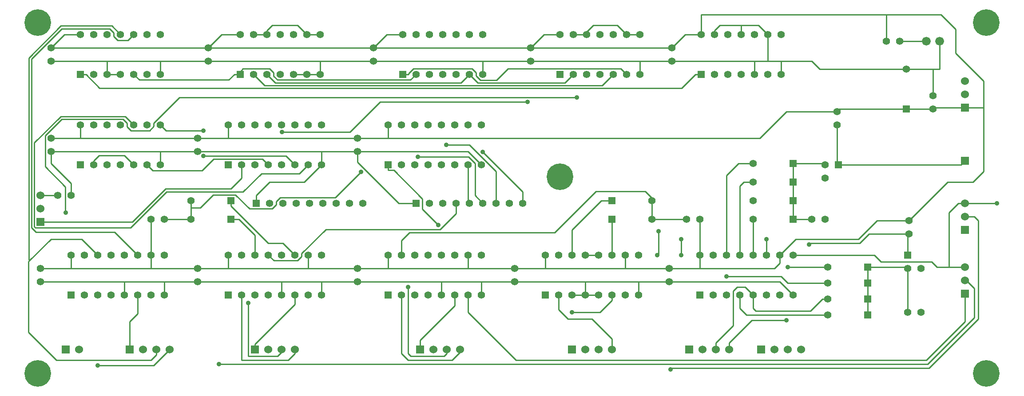
<source format=gtl>
G04 (created by PCBNEW (2013-jul-07)-stable) date Sat 24 Nov 2018 12:45:13 PM EST*
%MOIN*%
G04 Gerber Fmt 3.4, Leading zero omitted, Abs format*
%FSLAX34Y34*%
G01*
G70*
G90*
G04 APERTURE LIST*
%ADD10C,0.00590551*%
%ADD11C,0.2*%
%ADD12R,0.055X0.055*%
%ADD13C,0.055*%
%ADD14R,0.06X0.06*%
%ADD15C,0.06*%
%ADD16C,0.066*%
%ADD17C,0.035*%
%ADD18C,0.01*%
G04 APERTURE END LIST*
G54D10*
G54D11*
X58400Y-40800D03*
X19200Y-29200D03*
X19200Y-55600D03*
X90400Y-55600D03*
G54D12*
X84500Y-46700D03*
G54D13*
X84500Y-47700D03*
X85500Y-47700D03*
G54D12*
X79300Y-39900D03*
G54D13*
X78300Y-39900D03*
X78300Y-40900D03*
G54D12*
X35600Y-42800D03*
G54D13*
X36600Y-42800D03*
X37600Y-42800D03*
X38600Y-42800D03*
X39600Y-42800D03*
X40600Y-42800D03*
X41600Y-42800D03*
X42600Y-42800D03*
X43600Y-42800D03*
G54D12*
X47600Y-42800D03*
G54D13*
X48600Y-42800D03*
X49600Y-42800D03*
X50600Y-42800D03*
X51600Y-42800D03*
X52600Y-42800D03*
X53600Y-42800D03*
X54600Y-42800D03*
X55600Y-42800D03*
X68900Y-44000D03*
X67900Y-44000D03*
X83900Y-30600D03*
X82900Y-30600D03*
X85500Y-51000D03*
X84500Y-51000D03*
X84600Y-45100D03*
X84600Y-44100D03*
X21700Y-42200D03*
X20700Y-42200D03*
X79200Y-36900D03*
X79200Y-35900D03*
X27700Y-44000D03*
X28700Y-44000D03*
X78300Y-44000D03*
X77300Y-44000D03*
G54D14*
X26100Y-53800D03*
G54D15*
X27100Y-53800D03*
X28100Y-53800D03*
X29100Y-53800D03*
G54D14*
X59300Y-53800D03*
G54D15*
X60300Y-53800D03*
X61300Y-53800D03*
X62300Y-53800D03*
G54D14*
X47900Y-53800D03*
G54D15*
X48900Y-53800D03*
X49900Y-53800D03*
X50900Y-53800D03*
G54D14*
X35500Y-53800D03*
G54D15*
X36500Y-53800D03*
X37500Y-53800D03*
X38500Y-53800D03*
G54D14*
X73500Y-53800D03*
G54D15*
X74500Y-53800D03*
X75500Y-53800D03*
X76500Y-53800D03*
G54D14*
X68100Y-53800D03*
G54D15*
X69100Y-53800D03*
X70100Y-53800D03*
X71100Y-53800D03*
G54D14*
X88800Y-49600D03*
G54D15*
X88800Y-48600D03*
X88800Y-47600D03*
G54D14*
X88800Y-35600D03*
G54D15*
X88800Y-34600D03*
X88800Y-33600D03*
G54D14*
X88800Y-44800D03*
G54D15*
X88800Y-43800D03*
X88800Y-42800D03*
G54D14*
X19400Y-44200D03*
G54D15*
X19400Y-43200D03*
X19400Y-42200D03*
G54D14*
X21300Y-53800D03*
G54D15*
X22300Y-53800D03*
G54D14*
X88800Y-39600D03*
G54D16*
X85900Y-30600D03*
X86900Y-30600D03*
G54D12*
X21700Y-49700D03*
G54D13*
X22700Y-49700D03*
X23700Y-49700D03*
X24700Y-49700D03*
X25700Y-49700D03*
X26700Y-49700D03*
X27700Y-49700D03*
X28700Y-49700D03*
X28700Y-46700D03*
X27700Y-46700D03*
X26700Y-46700D03*
X25700Y-46700D03*
X24700Y-46700D03*
X23700Y-46700D03*
X22700Y-46700D03*
X21700Y-46700D03*
G54D12*
X45500Y-49700D03*
G54D13*
X46500Y-49700D03*
X47500Y-49700D03*
X48500Y-49700D03*
X49500Y-49700D03*
X50500Y-49700D03*
X51500Y-49700D03*
X52500Y-49700D03*
X52500Y-46700D03*
X51500Y-46700D03*
X50500Y-46700D03*
X49500Y-46700D03*
X48500Y-46700D03*
X47500Y-46700D03*
X46500Y-46700D03*
X45500Y-46700D03*
G54D12*
X57300Y-49700D03*
G54D13*
X58300Y-49700D03*
X59300Y-49700D03*
X60300Y-49700D03*
X61300Y-49700D03*
X62300Y-49700D03*
X63300Y-49700D03*
X64300Y-49700D03*
X64300Y-46700D03*
X63300Y-46700D03*
X62300Y-46700D03*
X61300Y-46700D03*
X60300Y-46700D03*
X59300Y-46700D03*
X58300Y-46700D03*
X57300Y-46700D03*
G54D12*
X33500Y-49700D03*
G54D13*
X34500Y-49700D03*
X35500Y-49700D03*
X36500Y-49700D03*
X37500Y-49700D03*
X38500Y-49700D03*
X39500Y-49700D03*
X40500Y-49700D03*
X40500Y-46700D03*
X39500Y-46700D03*
X38500Y-46700D03*
X37500Y-46700D03*
X36500Y-46700D03*
X35500Y-46700D03*
X34500Y-46700D03*
X33500Y-46700D03*
G54D12*
X33500Y-39900D03*
G54D13*
X34500Y-39900D03*
X35500Y-39900D03*
X36500Y-39900D03*
X37500Y-39900D03*
X38500Y-39900D03*
X39500Y-39900D03*
X40500Y-39900D03*
X40500Y-36900D03*
X39500Y-36900D03*
X38500Y-36900D03*
X37500Y-36900D03*
X36500Y-36900D03*
X35500Y-36900D03*
X34500Y-36900D03*
X33500Y-36900D03*
G54D12*
X45500Y-39900D03*
G54D13*
X46500Y-39900D03*
X47500Y-39900D03*
X48500Y-39900D03*
X49500Y-39900D03*
X50500Y-39900D03*
X51500Y-39900D03*
X52500Y-39900D03*
X52500Y-36900D03*
X51500Y-36900D03*
X50500Y-36900D03*
X49500Y-36900D03*
X48500Y-36900D03*
X47500Y-36900D03*
X46500Y-36900D03*
X45500Y-36900D03*
G54D12*
X68900Y-49700D03*
G54D13*
X69900Y-49700D03*
X70900Y-49700D03*
X71900Y-49700D03*
X72900Y-49700D03*
X73900Y-49700D03*
X74900Y-49700D03*
X75900Y-49700D03*
X75900Y-46700D03*
X74900Y-46700D03*
X73900Y-46700D03*
X72900Y-46700D03*
X71900Y-46700D03*
X70900Y-46700D03*
X69900Y-46700D03*
X68900Y-46700D03*
G54D12*
X46600Y-33100D03*
G54D13*
X47600Y-33100D03*
X48600Y-33100D03*
X49600Y-33100D03*
X50600Y-33100D03*
X51600Y-33100D03*
X52600Y-33100D03*
X52600Y-30100D03*
X51600Y-30100D03*
X50600Y-30100D03*
X49600Y-30100D03*
X48600Y-30100D03*
X47600Y-30100D03*
X46600Y-30100D03*
G54D12*
X58400Y-33100D03*
G54D13*
X59400Y-33100D03*
X60400Y-33100D03*
X61400Y-33100D03*
X62400Y-33100D03*
X63400Y-33100D03*
X64400Y-33100D03*
X64400Y-30100D03*
X63400Y-30100D03*
X62400Y-30100D03*
X61400Y-30100D03*
X60400Y-30100D03*
X59400Y-30100D03*
X58400Y-30100D03*
G54D12*
X22400Y-33100D03*
G54D13*
X23400Y-33100D03*
X24400Y-33100D03*
X25400Y-33100D03*
X26400Y-33100D03*
X27400Y-33100D03*
X28400Y-33100D03*
X28400Y-30100D03*
X27400Y-30100D03*
X26400Y-30100D03*
X25400Y-30100D03*
X24400Y-30100D03*
X23400Y-30100D03*
X22400Y-30100D03*
G54D12*
X22400Y-39900D03*
G54D13*
X23400Y-39900D03*
X24400Y-39900D03*
X25400Y-39900D03*
X26400Y-39900D03*
X27400Y-39900D03*
X28400Y-39900D03*
X28400Y-36900D03*
X27400Y-36900D03*
X26400Y-36900D03*
X25400Y-36900D03*
X24400Y-36900D03*
X23400Y-36900D03*
X22400Y-36900D03*
G54D12*
X69000Y-33100D03*
G54D13*
X70000Y-33100D03*
X71000Y-33100D03*
X72000Y-33100D03*
X73000Y-33100D03*
X74000Y-33100D03*
X75000Y-33100D03*
X75000Y-30100D03*
X74000Y-30100D03*
X73000Y-30100D03*
X72000Y-30100D03*
X71000Y-30100D03*
X70000Y-30100D03*
X69000Y-30100D03*
G54D12*
X34400Y-33100D03*
G54D13*
X35400Y-33100D03*
X36400Y-33100D03*
X37400Y-33100D03*
X38400Y-33100D03*
X39400Y-33100D03*
X40400Y-33100D03*
X40400Y-30100D03*
X39400Y-30100D03*
X38400Y-30100D03*
X37400Y-30100D03*
X36400Y-30100D03*
X35400Y-30100D03*
X34400Y-30100D03*
G54D12*
X81500Y-48800D03*
G54D13*
X78500Y-48800D03*
G54D12*
X81500Y-50000D03*
G54D13*
X78500Y-50000D03*
G54D12*
X62300Y-44000D03*
G54D13*
X65300Y-44000D03*
G54D12*
X75900Y-39800D03*
G54D13*
X72900Y-39800D03*
G54D12*
X75900Y-41200D03*
G54D13*
X72900Y-41200D03*
G54D12*
X62300Y-42600D03*
G54D13*
X65300Y-42600D03*
G54D12*
X75900Y-44000D03*
G54D13*
X72900Y-44000D03*
G54D12*
X75900Y-42600D03*
G54D13*
X72900Y-42600D03*
G54D12*
X81500Y-51200D03*
G54D13*
X78500Y-51200D03*
G54D12*
X81500Y-47600D03*
G54D13*
X78500Y-47600D03*
G54D12*
X33700Y-44000D03*
G54D13*
X30700Y-44000D03*
G54D12*
X84400Y-35700D03*
G54D13*
X84400Y-32700D03*
G54D12*
X33700Y-42600D03*
G54D13*
X30700Y-42600D03*
X32000Y-31100D03*
X32000Y-32100D03*
X66600Y-47700D03*
X66600Y-48700D03*
X55000Y-47700D03*
X55000Y-48700D03*
X56200Y-31100D03*
X56200Y-32100D03*
X20200Y-31100D03*
X20200Y-32100D03*
X19400Y-47700D03*
X19400Y-48700D03*
X43200Y-37900D03*
X43200Y-38900D03*
X66800Y-31100D03*
X66800Y-32100D03*
X44400Y-31100D03*
X44400Y-32100D03*
X86400Y-35700D03*
X86400Y-34700D03*
X31200Y-47700D03*
X31200Y-48700D03*
X43200Y-47700D03*
X43200Y-48700D03*
X31200Y-37900D03*
X31200Y-38900D03*
X20200Y-37900D03*
X20200Y-38900D03*
G54D11*
X90400Y-29200D03*
G54D17*
X47000Y-49100D03*
X35000Y-50300D03*
X59655Y-34844D03*
X21291Y-43525D03*
X23700Y-55000D03*
X73900Y-45500D03*
X67500Y-46700D03*
X67500Y-45500D03*
X65800Y-44900D03*
X65700Y-46700D03*
X70900Y-48300D03*
X75400Y-51600D03*
X75500Y-47600D03*
X59300Y-51000D03*
X91200Y-42800D03*
X66700Y-55300D03*
X32800Y-54900D03*
X31637Y-37344D03*
X31637Y-39244D03*
X52598Y-38933D03*
X49882Y-38400D03*
X47738Y-39319D03*
X55981Y-35180D03*
X37548Y-37460D03*
X77100Y-45900D03*
X49280Y-44441D03*
X43457Y-40448D03*
G54D18*
X82900Y-28600D02*
X87000Y-28600D01*
X90200Y-33600D02*
X90200Y-35600D01*
X88100Y-31500D02*
X90200Y-33600D01*
X88100Y-29700D02*
X88100Y-31500D01*
X87000Y-28600D02*
X88100Y-29700D01*
X45500Y-36900D02*
X45500Y-37900D01*
X68900Y-44000D02*
X68900Y-46700D01*
X27700Y-46700D02*
X27700Y-44000D01*
X76100Y-45500D02*
X74900Y-46700D01*
X80800Y-45500D02*
X76100Y-45500D01*
X82200Y-44100D02*
X80800Y-45500D01*
X84600Y-44100D02*
X82200Y-44100D01*
X87500Y-41200D02*
X84600Y-44100D01*
X90200Y-35600D02*
X90200Y-40400D01*
X90200Y-40400D02*
X89400Y-41200D01*
X89400Y-41200D02*
X87500Y-41200D01*
X79400Y-35700D02*
X79200Y-35900D01*
X84400Y-35700D02*
X79400Y-35700D01*
X86400Y-35700D02*
X84400Y-35700D01*
X86500Y-35600D02*
X86400Y-35700D01*
X88800Y-35600D02*
X86500Y-35600D01*
X88800Y-35600D02*
X90200Y-35600D01*
X68900Y-46700D02*
X68900Y-47700D01*
X57300Y-46700D02*
X57300Y-47700D01*
X63300Y-46700D02*
X63300Y-47700D01*
X51500Y-46700D02*
X51500Y-47700D01*
X39500Y-46700D02*
X39500Y-47700D01*
X33500Y-46700D02*
X33500Y-47700D01*
X27700Y-46700D02*
X27700Y-47700D01*
X21700Y-46700D02*
X21700Y-47700D01*
X33500Y-36900D02*
X33500Y-37900D01*
X22400Y-36900D02*
X22400Y-37900D01*
X67800Y-30100D02*
X66800Y-31100D01*
X69000Y-30100D02*
X67800Y-30100D01*
X57200Y-30100D02*
X56200Y-31100D01*
X58400Y-30100D02*
X57200Y-30100D01*
X45400Y-30100D02*
X44400Y-31100D01*
X46600Y-30100D02*
X45400Y-30100D01*
X33000Y-30100D02*
X32000Y-31100D01*
X34400Y-30100D02*
X33000Y-30100D01*
X21200Y-30100D02*
X20200Y-31100D01*
X22400Y-30100D02*
X21200Y-30100D01*
X56200Y-31100D02*
X66800Y-31100D01*
X44400Y-31100D02*
X56200Y-31100D01*
X32000Y-31100D02*
X44400Y-31100D01*
X20200Y-31100D02*
X32000Y-31100D01*
X20200Y-37900D02*
X22400Y-37900D01*
X22400Y-37900D02*
X31200Y-37900D01*
X31200Y-37900D02*
X33500Y-37900D01*
X33500Y-37900D02*
X43200Y-37900D01*
X19400Y-47700D02*
X21700Y-47700D01*
X21700Y-47700D02*
X27700Y-47700D01*
X27700Y-47700D02*
X31200Y-47700D01*
X31200Y-47700D02*
X33500Y-47700D01*
X33500Y-47700D02*
X39500Y-47700D01*
X39500Y-47700D02*
X43200Y-47700D01*
X45500Y-46700D02*
X45500Y-47700D01*
X45500Y-47700D02*
X45600Y-47700D01*
X43200Y-47700D02*
X45500Y-47700D01*
X45500Y-47700D02*
X45600Y-47700D01*
X45600Y-47700D02*
X51500Y-47700D01*
X51500Y-47700D02*
X55000Y-47700D01*
X63300Y-47700D02*
X66600Y-47700D01*
X55000Y-47700D02*
X57300Y-47700D01*
X57300Y-47700D02*
X63300Y-47700D01*
X66600Y-47700D02*
X68900Y-47700D01*
X74900Y-47300D02*
X74900Y-46700D01*
X74500Y-47700D02*
X74900Y-47300D01*
X68900Y-47700D02*
X74500Y-47700D01*
X82900Y-30600D02*
X82900Y-28600D01*
X82900Y-28600D02*
X83000Y-28600D01*
X69000Y-28600D02*
X69000Y-30100D01*
X82900Y-28600D02*
X69000Y-28600D01*
X83000Y-28600D02*
X82900Y-28600D01*
X43200Y-37900D02*
X45500Y-37900D01*
X75400Y-35900D02*
X79200Y-35900D01*
X73400Y-37900D02*
X75400Y-35900D01*
X45500Y-37900D02*
X73400Y-37900D01*
X50500Y-50500D02*
X50500Y-49700D01*
X47900Y-53100D02*
X50500Y-50500D01*
X47900Y-53800D02*
X47900Y-53100D01*
X47000Y-54100D02*
X47000Y-49100D01*
X47200Y-54300D02*
X47000Y-54100D01*
X49700Y-54300D02*
X47200Y-54300D01*
X49900Y-54100D02*
X49700Y-54300D01*
X49900Y-53800D02*
X49900Y-54100D01*
X46500Y-54100D02*
X46500Y-49700D01*
X47000Y-54600D02*
X46500Y-54100D01*
X50300Y-54600D02*
X47000Y-54600D01*
X50900Y-54000D02*
X50300Y-54600D01*
X50900Y-53800D02*
X50900Y-54000D01*
X38500Y-50400D02*
X38500Y-49700D01*
X35500Y-53400D02*
X38500Y-50400D01*
X35500Y-53800D02*
X35500Y-53400D01*
X37600Y-45800D02*
X38500Y-46700D01*
X36500Y-45800D02*
X37600Y-45800D01*
X33700Y-43000D02*
X36500Y-45800D01*
X33700Y-42600D02*
X33700Y-43000D01*
X35500Y-45200D02*
X35500Y-46700D01*
X34300Y-44000D02*
X35500Y-45200D01*
X33700Y-44000D02*
X34300Y-44000D01*
X35000Y-54300D02*
X35000Y-50300D01*
X37200Y-54300D02*
X35000Y-54300D01*
X37500Y-54000D02*
X37200Y-54300D01*
X37500Y-53800D02*
X37500Y-54000D01*
X34500Y-54600D02*
X34500Y-49700D01*
X38000Y-54600D02*
X34500Y-54600D01*
X38500Y-54100D02*
X38000Y-54600D01*
X38500Y-53800D02*
X38500Y-54100D01*
X26700Y-51100D02*
X26700Y-49700D01*
X26100Y-51700D02*
X26700Y-51100D01*
X26100Y-53800D02*
X26100Y-51700D01*
X29844Y-34844D02*
X59655Y-34844D01*
X27900Y-36789D02*
X29844Y-34844D01*
X27900Y-37023D02*
X27900Y-36789D01*
X27595Y-37328D02*
X27900Y-37023D01*
X26200Y-37328D02*
X27595Y-37328D01*
X25900Y-37027D02*
X26200Y-37328D01*
X25900Y-36769D02*
X25900Y-37027D01*
X25602Y-36471D02*
X25900Y-36769D01*
X21012Y-36471D02*
X25602Y-36471D01*
X19763Y-37720D02*
X21012Y-36471D01*
X19763Y-40054D02*
X19763Y-37720D01*
X21270Y-41561D02*
X19763Y-40054D01*
X21270Y-43504D02*
X21270Y-41561D01*
X21291Y-43525D02*
X21270Y-43504D01*
X18500Y-47200D02*
X18574Y-47125D01*
X18500Y-52500D02*
X18500Y-47200D01*
X20600Y-54600D02*
X18500Y-52500D01*
X27700Y-54600D02*
X20600Y-54600D01*
X28100Y-54200D02*
X27700Y-54600D01*
X28100Y-53800D02*
X28100Y-54200D01*
X22500Y-45500D02*
X23700Y-46700D01*
X20200Y-45500D02*
X22500Y-45500D01*
X18574Y-47125D02*
X20200Y-45500D01*
X24755Y-29455D02*
X25400Y-30100D01*
X20946Y-29455D02*
X24755Y-29455D01*
X18531Y-31870D02*
X20946Y-29455D01*
X18531Y-47081D02*
X18531Y-31870D01*
X18574Y-47125D02*
X18531Y-47081D01*
X27900Y-55000D02*
X23700Y-55000D01*
X29100Y-53800D02*
X27900Y-55000D01*
X73900Y-46700D02*
X73900Y-45500D01*
X67500Y-46700D02*
X67500Y-45500D01*
X65800Y-46600D02*
X65800Y-44900D01*
X65700Y-46700D02*
X65800Y-46600D01*
X72900Y-44000D02*
X72900Y-46700D01*
X71900Y-41500D02*
X71900Y-46700D01*
X72200Y-41200D02*
X71900Y-41500D01*
X72900Y-41200D02*
X72200Y-41200D01*
X70900Y-40700D02*
X70900Y-46700D01*
X71800Y-39800D02*
X70900Y-40700D01*
X72900Y-39800D02*
X71800Y-39800D01*
X75000Y-48300D02*
X70900Y-48300D01*
X75500Y-48800D02*
X75000Y-48300D01*
X78500Y-48800D02*
X75500Y-48800D01*
X71900Y-50700D02*
X71900Y-49700D01*
X72400Y-51200D02*
X71900Y-50700D01*
X78500Y-51200D02*
X72400Y-51200D01*
X72300Y-49100D02*
X72900Y-49700D01*
X71700Y-49100D02*
X72300Y-49100D01*
X71400Y-49400D02*
X71700Y-49100D01*
X71400Y-52000D02*
X71400Y-49400D01*
X70100Y-53300D02*
X71400Y-52000D01*
X70100Y-53800D02*
X70100Y-53300D01*
X72900Y-50700D02*
X72900Y-49700D01*
X73100Y-50900D02*
X72900Y-50700D01*
X77200Y-50900D02*
X73100Y-50900D01*
X78100Y-50000D02*
X77200Y-50900D01*
X78500Y-50000D02*
X78100Y-50000D01*
X72800Y-51600D02*
X75400Y-51600D01*
X71100Y-53300D02*
X72800Y-51600D01*
X71100Y-53800D02*
X71100Y-53300D01*
X78500Y-47600D02*
X75500Y-47600D01*
X61400Y-51000D02*
X59300Y-51000D01*
X62300Y-50100D02*
X61400Y-51000D01*
X62300Y-49700D02*
X62300Y-50100D01*
X62300Y-44000D02*
X62300Y-46700D01*
X59300Y-44800D02*
X59300Y-46700D01*
X61500Y-42600D02*
X59300Y-44800D01*
X62300Y-42600D02*
X61500Y-42600D01*
X58300Y-50800D02*
X58300Y-49700D01*
X59000Y-51500D02*
X58300Y-50800D01*
X60800Y-51500D02*
X59000Y-51500D01*
X62300Y-53000D02*
X60800Y-51500D01*
X62300Y-53800D02*
X62300Y-53000D01*
X91200Y-42800D02*
X88800Y-42800D01*
X87600Y-43500D02*
X87600Y-47600D01*
X88300Y-42800D02*
X87600Y-43500D01*
X88800Y-42800D02*
X88300Y-42800D01*
X88800Y-47600D02*
X87600Y-47600D01*
X82000Y-46700D02*
X75900Y-46700D01*
X82500Y-47200D02*
X82000Y-46700D01*
X86300Y-47200D02*
X82500Y-47200D01*
X86700Y-47600D02*
X86300Y-47200D01*
X87600Y-47600D02*
X86700Y-47600D01*
X34500Y-40900D02*
X34500Y-39900D01*
X33700Y-41700D02*
X34500Y-40900D01*
X28800Y-41700D02*
X33700Y-41700D01*
X26300Y-44200D02*
X28800Y-41700D01*
X19400Y-44200D02*
X26300Y-44200D01*
X51500Y-51000D02*
X51500Y-49700D01*
X55100Y-54600D02*
X51500Y-51000D01*
X85900Y-54600D02*
X55100Y-54600D01*
X88800Y-51700D02*
X85900Y-54600D01*
X88800Y-49600D02*
X88800Y-51700D01*
X89500Y-43800D02*
X88800Y-43800D01*
X89800Y-44100D02*
X89500Y-43800D01*
X89800Y-51500D02*
X89800Y-44100D01*
X86100Y-55200D02*
X89800Y-51500D01*
X66800Y-55200D02*
X86100Y-55200D01*
X66700Y-55300D02*
X66800Y-55200D01*
X86000Y-54900D02*
X32800Y-54900D01*
X89500Y-51400D02*
X86000Y-54900D01*
X89500Y-49200D02*
X89500Y-51400D01*
X88900Y-48600D02*
X89500Y-49200D01*
X88800Y-48600D02*
X88900Y-48600D01*
X88500Y-39900D02*
X88800Y-39600D01*
X79300Y-39900D02*
X88500Y-39900D01*
X79200Y-39800D02*
X79300Y-39900D01*
X79200Y-36900D02*
X79200Y-39800D01*
X21700Y-41300D02*
X21700Y-42200D01*
X20200Y-39800D02*
X21700Y-41300D01*
X20200Y-38900D02*
X20200Y-39800D01*
X43200Y-39700D02*
X43200Y-38900D01*
X46300Y-42800D02*
X43200Y-39700D01*
X47600Y-42800D02*
X46300Y-42800D01*
X39200Y-41200D02*
X40500Y-39900D01*
X36600Y-41200D02*
X39200Y-41200D01*
X35600Y-42200D02*
X36600Y-41200D01*
X35600Y-42800D02*
X35600Y-42200D01*
X86400Y-34700D02*
X86400Y-32700D01*
X77300Y-32100D02*
X75000Y-32100D01*
X77900Y-32700D02*
X77300Y-32100D01*
X84400Y-32700D02*
X77900Y-32700D01*
X74900Y-48700D02*
X75900Y-49700D01*
X66600Y-48700D02*
X74900Y-48700D01*
X64300Y-49700D02*
X64300Y-48700D01*
X60300Y-46700D02*
X61300Y-46700D01*
X60300Y-49700D02*
X60300Y-48700D01*
X60300Y-49700D02*
X61300Y-49700D01*
X59300Y-49700D02*
X60300Y-49700D01*
X49500Y-49700D02*
X49500Y-48700D01*
X52500Y-49700D02*
X52500Y-48700D01*
X40500Y-49700D02*
X40500Y-48700D01*
X37500Y-49700D02*
X37500Y-48700D01*
X28700Y-49700D02*
X28700Y-48700D01*
X25700Y-49700D02*
X25700Y-48700D01*
X51500Y-38900D02*
X52500Y-39900D01*
X43200Y-38900D02*
X51500Y-38900D01*
X40500Y-39900D02*
X40500Y-38900D01*
X28400Y-39900D02*
X28400Y-38900D01*
X74000Y-30100D02*
X74000Y-32100D01*
X72000Y-30100D02*
X72000Y-29400D01*
X73000Y-33100D02*
X73000Y-32100D01*
X64400Y-33100D02*
X64400Y-32100D01*
X62700Y-29400D02*
X63400Y-30100D01*
X60900Y-29400D02*
X62700Y-29400D01*
X60400Y-29900D02*
X60900Y-29400D01*
X60400Y-30100D02*
X60400Y-29900D01*
X63400Y-30100D02*
X64400Y-30100D01*
X59400Y-30100D02*
X60400Y-30100D01*
X52600Y-33100D02*
X52600Y-32100D01*
X38700Y-29400D02*
X39400Y-30100D01*
X36800Y-29400D02*
X38700Y-29400D01*
X36400Y-29800D02*
X36800Y-29400D01*
X36400Y-30100D02*
X36400Y-29800D01*
X40400Y-33100D02*
X40400Y-32100D01*
X35400Y-30100D02*
X36400Y-30100D01*
X39400Y-30100D02*
X40400Y-30100D01*
X39400Y-33100D02*
X40400Y-33100D01*
X38400Y-33100D02*
X39400Y-33100D01*
X28400Y-33100D02*
X28400Y-32100D01*
X24400Y-33100D02*
X25400Y-33100D01*
X24400Y-33100D02*
X24400Y-32100D01*
X20200Y-32100D02*
X24400Y-32100D01*
X24400Y-32100D02*
X28400Y-32100D01*
X28400Y-32100D02*
X32000Y-32100D01*
X32000Y-32100D02*
X40400Y-32100D01*
X40400Y-32100D02*
X44400Y-32100D01*
X44400Y-32100D02*
X52600Y-32100D01*
X52600Y-32100D02*
X56200Y-32100D01*
X56200Y-32100D02*
X64400Y-32100D01*
X64400Y-32100D02*
X66800Y-32100D01*
X66800Y-32100D02*
X73000Y-32100D01*
X73000Y-32100D02*
X74000Y-32100D01*
X70400Y-29400D02*
X72000Y-29400D01*
X70000Y-29800D02*
X70400Y-29400D01*
X70000Y-30100D02*
X70000Y-29800D01*
X73300Y-29400D02*
X74000Y-30100D01*
X72000Y-29400D02*
X73300Y-29400D01*
X75000Y-33100D02*
X75000Y-32100D01*
X75000Y-32100D02*
X74000Y-32100D01*
X20200Y-38900D02*
X28400Y-38900D01*
X28400Y-38900D02*
X31200Y-38900D01*
X31200Y-38900D02*
X40500Y-38900D01*
X40500Y-38900D02*
X43200Y-38900D01*
X19400Y-48700D02*
X25700Y-48700D01*
X25700Y-48700D02*
X28700Y-48700D01*
X28700Y-48700D02*
X31200Y-48700D01*
X31200Y-48700D02*
X37500Y-48700D01*
X37500Y-48700D02*
X40500Y-48700D01*
X40500Y-48700D02*
X43200Y-48700D01*
X52500Y-48700D02*
X55000Y-48700D01*
X43200Y-48700D02*
X49500Y-48700D01*
X49500Y-48700D02*
X52500Y-48700D01*
X55000Y-48700D02*
X60300Y-48700D01*
X60300Y-48700D02*
X64300Y-48700D01*
X64300Y-48700D02*
X66600Y-48700D01*
X86900Y-32700D02*
X86400Y-32700D01*
X86900Y-30600D02*
X86900Y-32700D01*
X86400Y-32700D02*
X84400Y-32700D01*
X38832Y-40567D02*
X39500Y-39900D01*
X35992Y-40567D02*
X38832Y-40567D01*
X34598Y-41960D02*
X35992Y-40567D01*
X28880Y-41960D02*
X34598Y-41960D01*
X26186Y-44654D02*
X28880Y-41960D01*
X19041Y-44654D02*
X26186Y-44654D01*
X18949Y-44562D02*
X19041Y-44654D01*
X18949Y-38250D02*
X18949Y-44562D01*
X20929Y-36271D02*
X18949Y-38250D01*
X25771Y-36271D02*
X20929Y-36271D01*
X26400Y-36900D02*
X25771Y-36271D01*
X37844Y-39244D02*
X31637Y-39244D01*
X38500Y-39900D02*
X37844Y-39244D01*
X28844Y-37344D02*
X31637Y-37344D01*
X28400Y-36900D02*
X28844Y-37344D01*
X55600Y-41935D02*
X52598Y-38933D01*
X55600Y-42800D02*
X55600Y-41935D01*
X53600Y-40398D02*
X53600Y-42800D01*
X51601Y-38400D02*
X53600Y-40398D01*
X49882Y-38400D02*
X51601Y-38400D01*
X52025Y-42225D02*
X52600Y-42800D01*
X52025Y-39823D02*
X52025Y-42225D01*
X51520Y-39319D02*
X52025Y-39823D01*
X47738Y-39319D02*
X51520Y-39319D01*
X51500Y-42700D02*
X51600Y-42800D01*
X51500Y-39900D02*
X51500Y-42700D01*
X50600Y-43582D02*
X50600Y-42800D01*
X49415Y-44766D02*
X50600Y-43582D01*
X40825Y-44766D02*
X49415Y-44766D01*
X39000Y-46592D02*
X40825Y-44766D01*
X39000Y-46820D02*
X39000Y-46592D01*
X38694Y-47126D02*
X39000Y-46820D01*
X36926Y-47126D02*
X38694Y-47126D01*
X36500Y-46700D02*
X36926Y-47126D01*
X36072Y-39472D02*
X36500Y-39900D01*
X32402Y-39472D02*
X36072Y-39472D01*
X31543Y-40331D02*
X32402Y-39472D01*
X27831Y-40331D02*
X31543Y-40331D01*
X27400Y-39900D02*
X27831Y-40331D01*
X69000Y-33100D02*
X68574Y-33100D01*
X22400Y-33100D02*
X22825Y-33100D01*
X67522Y-34152D02*
X68574Y-33100D01*
X23851Y-34152D02*
X67522Y-34152D01*
X22825Y-33126D02*
X23851Y-34152D01*
X22825Y-33100D02*
X22825Y-33126D01*
X47025Y-33046D02*
X47025Y-33100D01*
X47397Y-32674D02*
X47025Y-33046D01*
X51803Y-32674D02*
X47397Y-32674D01*
X52100Y-32971D02*
X51803Y-32674D01*
X52100Y-33201D02*
X52100Y-32971D01*
X52431Y-33532D02*
X52100Y-33201D01*
X53647Y-33532D02*
X52431Y-33532D01*
X54506Y-32674D02*
X53647Y-33532D01*
X62974Y-32674D02*
X54506Y-32674D01*
X63400Y-33100D02*
X62974Y-32674D01*
X46600Y-33100D02*
X47025Y-33100D01*
X25700Y-39200D02*
X26400Y-39900D01*
X23800Y-39200D02*
X25700Y-39200D01*
X23400Y-39600D02*
X23800Y-39200D01*
X23400Y-39900D02*
X23400Y-39600D01*
X42639Y-37460D02*
X37548Y-37460D01*
X44919Y-35180D02*
X42639Y-37460D01*
X55981Y-35180D02*
X44919Y-35180D01*
X50966Y-33733D02*
X51600Y-33100D01*
X37033Y-33733D02*
X50966Y-33733D01*
X36400Y-33100D02*
X37033Y-33733D01*
X58766Y-33733D02*
X59400Y-33100D01*
X52233Y-33733D02*
X58766Y-33733D01*
X51600Y-33100D02*
X52233Y-33733D01*
X24979Y-44979D02*
X26700Y-46700D01*
X19083Y-44979D02*
X24979Y-44979D01*
X18749Y-44645D02*
X19083Y-44979D01*
X18749Y-31941D02*
X18749Y-44645D01*
X21018Y-29672D02*
X18749Y-31941D01*
X24597Y-29672D02*
X21018Y-29672D01*
X24900Y-29974D02*
X24597Y-29672D01*
X24900Y-30227D02*
X24900Y-29974D01*
X25200Y-30528D02*
X24900Y-30227D01*
X25971Y-30528D02*
X25200Y-30528D01*
X26400Y-30100D02*
X25971Y-30528D01*
X36242Y-33942D02*
X35400Y-33100D01*
X61557Y-33942D02*
X36242Y-33942D01*
X62400Y-33100D02*
X61557Y-33942D01*
X26825Y-33525D02*
X26400Y-33100D01*
X33549Y-33525D02*
X26825Y-33525D01*
X33974Y-33100D02*
X33549Y-33525D01*
X34400Y-33100D02*
X34187Y-33100D01*
X34187Y-33100D02*
X33974Y-33100D01*
X47174Y-33525D02*
X47600Y-33100D01*
X37194Y-33525D02*
X47174Y-33525D01*
X36900Y-33230D02*
X37194Y-33525D01*
X36900Y-32972D02*
X36900Y-33230D01*
X36599Y-32671D02*
X36900Y-32972D01*
X34615Y-32671D02*
X36599Y-32671D01*
X34187Y-33100D02*
X34615Y-32671D01*
X65300Y-44000D02*
X67900Y-44000D01*
X65300Y-42600D02*
X65300Y-44000D01*
X46500Y-45600D02*
X46500Y-46700D01*
X47100Y-45000D02*
X46500Y-45600D01*
X58000Y-45000D02*
X47100Y-45000D01*
X61100Y-41900D02*
X58000Y-45000D01*
X64800Y-41900D02*
X61100Y-41900D01*
X65300Y-42400D02*
X64800Y-41900D01*
X65300Y-42600D02*
X65300Y-42400D01*
X78200Y-39800D02*
X78300Y-39900D01*
X75900Y-39800D02*
X78200Y-39800D01*
X75900Y-44000D02*
X77300Y-44000D01*
X75900Y-39800D02*
X75900Y-41200D01*
X75900Y-44000D02*
X75900Y-42600D01*
X75900Y-42600D02*
X75900Y-41200D01*
X84400Y-47600D02*
X84500Y-47700D01*
X81500Y-47600D02*
X84400Y-47600D01*
X81500Y-50000D02*
X81500Y-51200D01*
X81500Y-48800D02*
X81500Y-50000D01*
X84500Y-51000D02*
X84500Y-47700D01*
X81500Y-47600D02*
X81500Y-48800D01*
X77200Y-45800D02*
X77100Y-45900D01*
X80900Y-45800D02*
X77200Y-45800D01*
X81600Y-45100D02*
X80900Y-45800D01*
X84600Y-45100D02*
X81600Y-45100D01*
X84500Y-45200D02*
X84600Y-45100D01*
X84500Y-46700D02*
X84500Y-45200D01*
X83900Y-30600D02*
X85900Y-30600D01*
X19400Y-42200D02*
X20700Y-42200D01*
X45500Y-39900D02*
X45500Y-40325D01*
X48072Y-43233D02*
X49280Y-44441D01*
X48072Y-42472D02*
X48072Y-43233D01*
X45925Y-40325D02*
X48072Y-42472D01*
X45500Y-40325D02*
X45925Y-40325D01*
X28700Y-44000D02*
X30700Y-44000D01*
X30700Y-42600D02*
X30700Y-43137D01*
X30700Y-43137D02*
X30700Y-44000D01*
X41530Y-42374D02*
X43457Y-40448D01*
X37399Y-42374D02*
X41530Y-42374D01*
X37100Y-42674D02*
X37399Y-42374D01*
X37100Y-42918D02*
X37100Y-42674D01*
X36792Y-43225D02*
X37100Y-42918D01*
X35097Y-43225D02*
X36792Y-43225D01*
X34046Y-42174D02*
X35097Y-43225D01*
X32381Y-42174D02*
X34046Y-42174D01*
X31418Y-43137D02*
X32381Y-42174D01*
X30700Y-43137D02*
X31418Y-43137D01*
M02*

</source>
